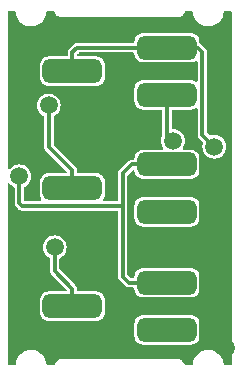
<source format=gbr>
%TF.GenerationSoftware,KiCad,Pcbnew,8.0.0*%
%TF.CreationDate,2024-05-26T00:16:25+03:00*%
%TF.ProjectId,pulsejen,70756c73-656a-4656-9e2e-6b696361645f,rev?*%
%TF.SameCoordinates,Original*%
%TF.FileFunction,Copper,L2,Bot*%
%TF.FilePolarity,Positive*%
%FSLAX46Y46*%
G04 Gerber Fmt 4.6, Leading zero omitted, Abs format (unit mm)*
G04 Created by KiCad (PCBNEW 8.0.0) date 2024-05-26 00:16:25*
%MOMM*%
%LPD*%
G01*
G04 APERTURE LIST*
G04 Aperture macros list*
%AMRoundRect*
0 Rectangle with rounded corners*
0 $1 Rounding radius*
0 $2 $3 $4 $5 $6 $7 $8 $9 X,Y pos of 4 corners*
0 Add a 4 corners polygon primitive as box body*
4,1,4,$2,$3,$4,$5,$6,$7,$8,$9,$2,$3,0*
0 Add four circle primitives for the rounded corners*
1,1,$1+$1,$2,$3*
1,1,$1+$1,$4,$5*
1,1,$1+$1,$6,$7*
1,1,$1+$1,$8,$9*
0 Add four rect primitives between the rounded corners*
20,1,$1+$1,$2,$3,$4,$5,0*
20,1,$1+$1,$4,$5,$6,$7,0*
20,1,$1+$1,$6,$7,$8,$9,0*
20,1,$1+$1,$8,$9,$2,$3,0*%
G04 Aperture macros list end*
%TA.AperFunction,SMDPad,CuDef*%
%ADD10RoundRect,0.500000X-2.000000X-0.500000X2.000000X-0.500000X2.000000X0.500000X-2.000000X0.500000X0*%
%TD*%
%TA.AperFunction,ViaPad*%
%ADD11C,1.500000*%
%TD*%
%TA.AperFunction,Conductor*%
%ADD12C,0.300000*%
%TD*%
G04 APERTURE END LIST*
D10*
%TO.P,RV1,3,3*%
%TO.N,Net-(C1-Pad2)*%
X144000000Y-103000000D03*
%TO.P,RV1,2,2*%
%TO.N,Net-(D1-A)*%
X136000000Y-105000000D03*
%TO.P,RV1,1,1*%
X144000000Y-107000000D03*
%TD*%
%TO.P,RV2,3,3*%
%TO.N,Net-(C1-Pad2)*%
X144000000Y-93000000D03*
%TO.P,RV2,2,2*%
%TO.N,Net-(D2-K)*%
X136000000Y-95000000D03*
%TO.P,RV2,1,1*%
X144000000Y-97000000D03*
%TD*%
%TO.P,RV3,1,1*%
%TO.N,/in4*%
X144000000Y-87100000D03*
%TO.P,RV3,2,2*%
%TO.N,Net-(C2-Pad2)*%
X136000000Y-85100000D03*
%TO.P,RV3,3,3*%
X144000000Y-83100000D03*
%TD*%
D11*
%TO.N,GND*%
X132000000Y-103000000D03*
X149000000Y-108500000D03*
X131500000Y-86500000D03*
X148500000Y-83500000D03*
%TO.N,Net-(C2-Pad2)*%
X148000000Y-91500000D03*
%TO.N,Net-(C1-Pad2)*%
X131500000Y-94000000D03*
%TO.N,/in4*%
X144500000Y-91000000D03*
%TO.N,Net-(D1-A)*%
X134500000Y-100000000D03*
%TO.N,Net-(D2-K)*%
X134000000Y-88000000D03*
%TD*%
D12*
%TO.N,Net-(C2-Pad2)*%
X146600000Y-83100000D02*
X144000000Y-83100000D01*
X147000000Y-83500000D02*
X146600000Y-83100000D01*
X147000000Y-90500000D02*
X147000000Y-83500000D01*
X148000000Y-91500000D02*
X147000000Y-90500000D01*
%TO.N,Net-(D1-A)*%
X136000000Y-103500000D02*
X136000000Y-105000000D01*
X134500000Y-100000000D02*
X134500000Y-102000000D01*
X134500000Y-102000000D02*
X136000000Y-103500000D01*
%TO.N,/in4*%
X144000000Y-90500000D02*
X144000000Y-87100000D01*
X144500000Y-91000000D02*
X144000000Y-90500000D01*
%TO.N,Net-(C2-Pad2)*%
X136400000Y-83100000D02*
X144000000Y-83100000D01*
X136000000Y-83500000D02*
X136400000Y-83100000D01*
X136000000Y-85100000D02*
X136000000Y-83500000D01*
%TO.N,Net-(C1-Pad2)*%
X131750000Y-96500000D02*
X140250000Y-96500000D01*
X131500000Y-96250000D02*
X131750000Y-96500000D01*
X131500000Y-94000000D02*
X131500000Y-96250000D01*
X141000000Y-93000000D02*
X144000000Y-93000000D01*
X140250000Y-102500000D02*
X140250000Y-93750000D01*
X140750000Y-103000000D02*
X140250000Y-102500000D01*
X144000000Y-103000000D02*
X140750000Y-103000000D01*
X140250000Y-93750000D02*
X141000000Y-93000000D01*
%TO.N,Net-(D2-K)*%
X136000000Y-93500000D02*
X136000000Y-95000000D01*
X134000000Y-91500000D02*
X136000000Y-93500000D01*
X134000000Y-88000000D02*
X134000000Y-91500000D01*
%TD*%
%TA.AperFunction,Conductor*%
%TO.N,GND*%
G36*
X131144423Y-80019685D02*
G01*
X131190178Y-80072489D01*
X131199855Y-80104597D01*
X131202929Y-80124000D01*
X131231523Y-80304534D01*
X131294781Y-80499223D01*
X131387715Y-80681613D01*
X131508028Y-80847213D01*
X131652786Y-80991971D01*
X131807749Y-81104556D01*
X131818390Y-81112287D01*
X131934607Y-81171503D01*
X132000776Y-81205218D01*
X132000778Y-81205218D01*
X132000781Y-81205220D01*
X132105137Y-81239127D01*
X132195465Y-81268477D01*
X132296557Y-81284488D01*
X132397648Y-81300500D01*
X132397649Y-81300500D01*
X132602351Y-81300500D01*
X132602352Y-81300500D01*
X132804534Y-81268477D01*
X132999219Y-81205220D01*
X133181610Y-81112287D01*
X133274590Y-81044732D01*
X133347213Y-80991971D01*
X133347215Y-80991968D01*
X133347219Y-80991966D01*
X133491966Y-80847219D01*
X133491968Y-80847215D01*
X133491971Y-80847213D01*
X133544732Y-80774590D01*
X133612287Y-80681610D01*
X133705220Y-80499219D01*
X133768477Y-80304534D01*
X133800143Y-80104600D01*
X133830072Y-80041467D01*
X133889384Y-80004536D01*
X133922616Y-80000000D01*
X134386696Y-80000000D01*
X134453735Y-80019685D01*
X134499490Y-80072489D01*
X134506469Y-80091902D01*
X134515070Y-80124000D01*
X134533608Y-80193187D01*
X134566554Y-80250250D01*
X134599500Y-80307314D01*
X134692686Y-80400500D01*
X134806814Y-80466392D01*
X134934108Y-80500500D01*
X134934110Y-80500500D01*
X145065890Y-80500500D01*
X145065892Y-80500500D01*
X145193186Y-80466392D01*
X145307314Y-80400500D01*
X145400500Y-80307314D01*
X145466392Y-80193186D01*
X145493529Y-80091905D01*
X145529894Y-80032246D01*
X145592741Y-80001717D01*
X145613304Y-80000000D01*
X146077384Y-80000000D01*
X146144423Y-80019685D01*
X146190178Y-80072489D01*
X146199855Y-80104597D01*
X146202929Y-80124000D01*
X146231523Y-80304534D01*
X146294781Y-80499223D01*
X146387715Y-80681613D01*
X146508028Y-80847213D01*
X146652786Y-80991971D01*
X146807749Y-81104556D01*
X146818390Y-81112287D01*
X146934607Y-81171503D01*
X147000776Y-81205218D01*
X147000778Y-81205218D01*
X147000781Y-81205220D01*
X147105137Y-81239127D01*
X147195465Y-81268477D01*
X147296557Y-81284488D01*
X147397648Y-81300500D01*
X147397649Y-81300500D01*
X147602351Y-81300500D01*
X147602352Y-81300500D01*
X147804534Y-81268477D01*
X147999219Y-81205220D01*
X148181610Y-81112287D01*
X148274590Y-81044732D01*
X148347213Y-80991971D01*
X148347215Y-80991968D01*
X148347219Y-80991966D01*
X148491966Y-80847219D01*
X148491968Y-80847215D01*
X148491971Y-80847213D01*
X148544732Y-80774590D01*
X148612287Y-80681610D01*
X148705220Y-80499219D01*
X148768477Y-80304534D01*
X148800143Y-80104600D01*
X148830072Y-80041467D01*
X148889384Y-80004536D01*
X148922616Y-80000000D01*
X149375500Y-80000000D01*
X149442539Y-80019685D01*
X149488294Y-80072489D01*
X149499500Y-80124000D01*
X149499500Y-109876000D01*
X149479815Y-109943039D01*
X149427011Y-109988794D01*
X149375500Y-110000000D01*
X148922616Y-110000000D01*
X148855577Y-109980315D01*
X148809822Y-109927511D01*
X148800144Y-109895402D01*
X148768477Y-109695466D01*
X148705220Y-109500781D01*
X148705218Y-109500778D01*
X148705218Y-109500776D01*
X148671503Y-109434607D01*
X148612287Y-109318390D01*
X148604556Y-109307749D01*
X148491971Y-109152786D01*
X148347213Y-109008028D01*
X148181613Y-108887715D01*
X148181612Y-108887714D01*
X148181610Y-108887713D01*
X148124653Y-108858691D01*
X147999223Y-108794781D01*
X147804534Y-108731522D01*
X147629995Y-108703878D01*
X147602352Y-108699500D01*
X147397648Y-108699500D01*
X147373329Y-108703351D01*
X147195465Y-108731522D01*
X147000776Y-108794781D01*
X146818386Y-108887715D01*
X146652786Y-109008028D01*
X146508028Y-109152786D01*
X146387715Y-109318386D01*
X146294781Y-109500776D01*
X146232427Y-109692683D01*
X146231523Y-109695466D01*
X146199856Y-109895399D01*
X146169928Y-109958533D01*
X146110616Y-109995464D01*
X146077384Y-110000000D01*
X145613304Y-110000000D01*
X145546265Y-109980315D01*
X145500510Y-109927511D01*
X145493529Y-109908093D01*
X145466392Y-109806814D01*
X145400500Y-109692686D01*
X145307314Y-109599500D01*
X145250250Y-109566554D01*
X145193187Y-109533608D01*
X145129539Y-109516554D01*
X145065892Y-109499500D01*
X135065892Y-109499500D01*
X134934108Y-109499500D01*
X134806812Y-109533608D01*
X134692686Y-109599500D01*
X134692683Y-109599502D01*
X134599502Y-109692683D01*
X134599500Y-109692686D01*
X134533608Y-109806812D01*
X134517520Y-109866853D01*
X134509270Y-109897648D01*
X134506471Y-109908093D01*
X134470106Y-109967754D01*
X134407259Y-109998283D01*
X134386696Y-110000000D01*
X133922616Y-110000000D01*
X133855577Y-109980315D01*
X133809822Y-109927511D01*
X133800144Y-109895402D01*
X133768477Y-109695466D01*
X133705220Y-109500781D01*
X133705218Y-109500778D01*
X133705218Y-109500776D01*
X133671503Y-109434607D01*
X133612287Y-109318390D01*
X133604556Y-109307749D01*
X133491971Y-109152786D01*
X133347213Y-109008028D01*
X133181613Y-108887715D01*
X133181612Y-108887714D01*
X133181610Y-108887713D01*
X133124653Y-108858691D01*
X132999223Y-108794781D01*
X132804534Y-108731522D01*
X132629995Y-108703878D01*
X132602352Y-108699500D01*
X132397648Y-108699500D01*
X132373329Y-108703351D01*
X132195465Y-108731522D01*
X132000776Y-108794781D01*
X131818386Y-108887715D01*
X131652786Y-109008028D01*
X131508028Y-109152786D01*
X131387715Y-109318386D01*
X131294781Y-109500776D01*
X131232427Y-109692683D01*
X131231523Y-109695466D01*
X131199856Y-109895399D01*
X131169928Y-109958533D01*
X131110616Y-109995464D01*
X131077384Y-110000000D01*
X130624500Y-110000000D01*
X130557461Y-109980315D01*
X130511706Y-109927511D01*
X130500500Y-109876000D01*
X130500500Y-107550001D01*
X141249500Y-107550001D01*
X141249501Y-107550019D01*
X141260000Y-107652796D01*
X141260001Y-107652799D01*
X141315185Y-107819331D01*
X141315186Y-107819334D01*
X141407288Y-107968656D01*
X141531344Y-108092712D01*
X141680666Y-108184814D01*
X141847203Y-108239999D01*
X141949991Y-108250500D01*
X146050008Y-108250499D01*
X146152797Y-108239999D01*
X146319334Y-108184814D01*
X146468656Y-108092712D01*
X146592712Y-107968656D01*
X146684814Y-107819334D01*
X146739999Y-107652797D01*
X146750500Y-107550009D01*
X146750499Y-106449992D01*
X146739999Y-106347203D01*
X146684814Y-106180666D01*
X146592712Y-106031344D01*
X146468656Y-105907288D01*
X146375888Y-105850069D01*
X146319336Y-105815187D01*
X146319331Y-105815185D01*
X146317862Y-105814698D01*
X146152797Y-105760001D01*
X146152795Y-105760000D01*
X146050010Y-105749500D01*
X141949998Y-105749500D01*
X141949981Y-105749501D01*
X141847203Y-105760000D01*
X141847200Y-105760001D01*
X141680668Y-105815185D01*
X141680663Y-105815187D01*
X141531342Y-105907289D01*
X141407289Y-106031342D01*
X141315187Y-106180663D01*
X141315186Y-106180666D01*
X141260001Y-106347203D01*
X141260001Y-106347204D01*
X141260000Y-106347204D01*
X141249500Y-106449983D01*
X141249500Y-107550001D01*
X130500500Y-107550001D01*
X130500500Y-105550001D01*
X133249500Y-105550001D01*
X133249501Y-105550019D01*
X133260000Y-105652796D01*
X133260001Y-105652799D01*
X133295525Y-105760001D01*
X133315186Y-105819334D01*
X133407288Y-105968656D01*
X133531344Y-106092712D01*
X133680666Y-106184814D01*
X133847203Y-106239999D01*
X133949991Y-106250500D01*
X138050008Y-106250499D01*
X138152797Y-106239999D01*
X138319334Y-106184814D01*
X138468656Y-106092712D01*
X138592712Y-105968656D01*
X138684814Y-105819334D01*
X138739999Y-105652797D01*
X138750500Y-105550009D01*
X138750499Y-104449992D01*
X138739999Y-104347203D01*
X138684814Y-104180666D01*
X138592712Y-104031344D01*
X138468656Y-103907288D01*
X138375888Y-103850069D01*
X138319336Y-103815187D01*
X138319331Y-103815185D01*
X138317862Y-103814698D01*
X138152797Y-103760001D01*
X138152795Y-103760000D01*
X138050016Y-103749500D01*
X138050009Y-103749500D01*
X136524500Y-103749500D01*
X136457461Y-103729815D01*
X136411706Y-103677011D01*
X136400500Y-103625500D01*
X136400500Y-103447275D01*
X136400500Y-103447273D01*
X136373207Y-103345413D01*
X136320480Y-103254087D01*
X136245913Y-103179520D01*
X134936819Y-101870426D01*
X134903334Y-101809103D01*
X134900500Y-101782745D01*
X134900500Y-100994705D01*
X134920185Y-100927666D01*
X134966045Y-100885348D01*
X135058538Y-100835910D01*
X135210883Y-100710883D01*
X135335910Y-100558538D01*
X135428814Y-100384727D01*
X135486024Y-100196132D01*
X135505341Y-100000000D01*
X135486024Y-99803868D01*
X135428814Y-99615273D01*
X135428811Y-99615269D01*
X135428811Y-99615266D01*
X135335913Y-99441467D01*
X135335909Y-99441460D01*
X135210883Y-99289116D01*
X135058539Y-99164090D01*
X135058532Y-99164086D01*
X134884733Y-99071188D01*
X134884727Y-99071186D01*
X134696132Y-99013976D01*
X134696129Y-99013975D01*
X134500000Y-98994659D01*
X134303870Y-99013975D01*
X134115266Y-99071188D01*
X133941467Y-99164086D01*
X133941460Y-99164090D01*
X133789116Y-99289116D01*
X133664090Y-99441460D01*
X133664086Y-99441467D01*
X133571188Y-99615266D01*
X133513975Y-99803870D01*
X133494659Y-100000000D01*
X133513975Y-100196129D01*
X133571188Y-100384733D01*
X133664086Y-100558532D01*
X133664090Y-100558539D01*
X133789116Y-100710883D01*
X133941460Y-100835909D01*
X133941463Y-100835911D01*
X133973143Y-100852844D01*
X134033953Y-100885347D01*
X134083797Y-100934308D01*
X134099500Y-100994705D01*
X134099500Y-102052726D01*
X134126793Y-102154589D01*
X134141849Y-102180666D01*
X134179520Y-102245913D01*
X134179522Y-102245915D01*
X135471426Y-103537819D01*
X135504911Y-103599142D01*
X135499927Y-103668834D01*
X135458055Y-103724767D01*
X135392591Y-103749184D01*
X135383745Y-103749500D01*
X133949998Y-103749500D01*
X133949981Y-103749501D01*
X133847203Y-103760000D01*
X133847200Y-103760001D01*
X133680668Y-103815185D01*
X133680663Y-103815187D01*
X133531342Y-103907289D01*
X133407289Y-104031342D01*
X133315187Y-104180663D01*
X133315186Y-104180666D01*
X133260001Y-104347203D01*
X133260001Y-104347204D01*
X133260000Y-104347204D01*
X133249500Y-104449983D01*
X133249500Y-105550001D01*
X130500500Y-105550001D01*
X130500500Y-94705759D01*
X130520185Y-94638720D01*
X130572989Y-94592965D01*
X130642147Y-94583021D01*
X130705703Y-94612046D01*
X130720354Y-94627095D01*
X130789117Y-94710883D01*
X130941460Y-94835909D01*
X130941463Y-94835911D01*
X130973143Y-94852844D01*
X131033953Y-94885347D01*
X131083797Y-94934308D01*
X131099500Y-94994705D01*
X131099500Y-96302726D01*
X131126793Y-96404589D01*
X131153000Y-96449980D01*
X131179520Y-96495913D01*
X131429519Y-96745912D01*
X131429520Y-96745913D01*
X131504087Y-96820480D01*
X131595413Y-96873207D01*
X131697273Y-96900500D01*
X131802727Y-96900500D01*
X139725500Y-96900500D01*
X139792539Y-96920185D01*
X139838294Y-96972989D01*
X139849500Y-97024500D01*
X139849500Y-102552726D01*
X139876793Y-102654589D01*
X139903156Y-102700250D01*
X139929520Y-102745913D01*
X139929521Y-102745914D01*
X139929522Y-102745915D01*
X140425179Y-103241571D01*
X140425189Y-103241582D01*
X140429519Y-103245912D01*
X140429520Y-103245913D01*
X140504087Y-103320480D01*
X140547271Y-103345412D01*
X140595412Y-103373207D01*
X140697273Y-103400500D01*
X141125501Y-103400500D01*
X141192540Y-103420185D01*
X141238295Y-103472989D01*
X141249501Y-103524500D01*
X141249501Y-103550018D01*
X141260000Y-103652796D01*
X141260001Y-103652799D01*
X141295525Y-103760001D01*
X141315186Y-103819334D01*
X141407288Y-103968656D01*
X141531344Y-104092712D01*
X141680666Y-104184814D01*
X141847203Y-104239999D01*
X141949991Y-104250500D01*
X146050008Y-104250499D01*
X146152797Y-104239999D01*
X146319334Y-104184814D01*
X146468656Y-104092712D01*
X146592712Y-103968656D01*
X146684814Y-103819334D01*
X146739999Y-103652797D01*
X146750500Y-103550009D01*
X146750499Y-102449992D01*
X146739999Y-102347203D01*
X146684814Y-102180666D01*
X146592712Y-102031344D01*
X146468656Y-101907288D01*
X146319334Y-101815186D01*
X146152797Y-101760001D01*
X146152795Y-101760000D01*
X146050010Y-101749500D01*
X141949998Y-101749500D01*
X141949981Y-101749501D01*
X141847203Y-101760000D01*
X141847200Y-101760001D01*
X141680668Y-101815185D01*
X141680663Y-101815187D01*
X141531342Y-101907289D01*
X141407289Y-102031342D01*
X141315187Y-102180663D01*
X141315186Y-102180666D01*
X141260001Y-102347203D01*
X141260001Y-102347204D01*
X141260000Y-102347204D01*
X141249500Y-102449983D01*
X141249500Y-102475500D01*
X141229815Y-102542539D01*
X141177011Y-102588294D01*
X141125500Y-102599500D01*
X140967254Y-102599500D01*
X140900215Y-102579815D01*
X140879573Y-102563181D01*
X140686819Y-102370426D01*
X140653334Y-102309103D01*
X140650500Y-102282745D01*
X140650500Y-97550001D01*
X141249500Y-97550001D01*
X141249501Y-97550019D01*
X141260000Y-97652796D01*
X141260001Y-97652799D01*
X141315185Y-97819331D01*
X141315186Y-97819334D01*
X141407288Y-97968656D01*
X141531344Y-98092712D01*
X141680666Y-98184814D01*
X141847203Y-98239999D01*
X141949991Y-98250500D01*
X146050008Y-98250499D01*
X146152797Y-98239999D01*
X146319334Y-98184814D01*
X146468656Y-98092712D01*
X146592712Y-97968656D01*
X146684814Y-97819334D01*
X146739999Y-97652797D01*
X146750500Y-97550009D01*
X146750499Y-96449992D01*
X146739999Y-96347203D01*
X146684814Y-96180666D01*
X146592712Y-96031344D01*
X146468656Y-95907288D01*
X146375888Y-95850069D01*
X146319336Y-95815187D01*
X146319331Y-95815185D01*
X146317862Y-95814698D01*
X146152797Y-95760001D01*
X146152795Y-95760000D01*
X146050010Y-95749500D01*
X141949998Y-95749500D01*
X141949981Y-95749501D01*
X141847203Y-95760000D01*
X141847200Y-95760001D01*
X141680668Y-95815185D01*
X141680663Y-95815187D01*
X141531342Y-95907289D01*
X141407289Y-96031342D01*
X141315187Y-96180663D01*
X141315186Y-96180666D01*
X141260001Y-96347203D01*
X141260001Y-96347204D01*
X141260000Y-96347204D01*
X141249500Y-96449983D01*
X141249500Y-97550001D01*
X140650500Y-97550001D01*
X140650500Y-93967255D01*
X140670185Y-93900216D01*
X140686819Y-93879574D01*
X140841626Y-93724767D01*
X141043376Y-93523016D01*
X141104697Y-93489533D01*
X141174388Y-93494517D01*
X141230322Y-93536388D01*
X141254413Y-93598097D01*
X141260001Y-93652797D01*
X141260001Y-93652799D01*
X141295525Y-93760001D01*
X141315186Y-93819334D01*
X141407288Y-93968656D01*
X141531344Y-94092712D01*
X141680666Y-94184814D01*
X141847203Y-94239999D01*
X141949991Y-94250500D01*
X146050008Y-94250499D01*
X146152797Y-94239999D01*
X146319334Y-94184814D01*
X146468656Y-94092712D01*
X146592712Y-93968656D01*
X146684814Y-93819334D01*
X146739999Y-93652797D01*
X146750500Y-93550009D01*
X146750499Y-92449992D01*
X146748335Y-92428811D01*
X146739999Y-92347203D01*
X146739998Y-92347200D01*
X146736257Y-92335910D01*
X146684814Y-92180666D01*
X146592712Y-92031344D01*
X146468656Y-91907288D01*
X146319334Y-91815186D01*
X146152797Y-91760001D01*
X146152795Y-91760000D01*
X146050016Y-91749500D01*
X146050009Y-91749500D01*
X145440301Y-91749500D01*
X145373262Y-91729815D01*
X145327507Y-91677011D01*
X145317563Y-91607853D01*
X145334172Y-91564516D01*
X145333039Y-91563911D01*
X145428811Y-91384733D01*
X145428811Y-91384732D01*
X145428814Y-91384727D01*
X145486024Y-91196132D01*
X145505341Y-91000000D01*
X145486024Y-90803868D01*
X145428814Y-90615273D01*
X145428811Y-90615269D01*
X145428811Y-90615266D01*
X145335913Y-90441467D01*
X145335909Y-90441460D01*
X145210883Y-90289116D01*
X145058539Y-90164090D01*
X145058532Y-90164086D01*
X144884733Y-90071188D01*
X144884727Y-90071186D01*
X144696132Y-90013976D01*
X144696129Y-90013975D01*
X144512345Y-89995874D01*
X144447558Y-89969713D01*
X144407200Y-89912678D01*
X144400500Y-89872471D01*
X144400500Y-88474499D01*
X144420185Y-88407460D01*
X144472989Y-88361705D01*
X144524500Y-88350499D01*
X146050002Y-88350499D01*
X146050008Y-88350499D01*
X146152797Y-88339999D01*
X146319334Y-88284814D01*
X146410404Y-88228641D01*
X146477796Y-88210202D01*
X146544459Y-88231125D01*
X146589229Y-88284767D01*
X146599500Y-88334181D01*
X146599500Y-90552726D01*
X146626793Y-90654589D01*
X146632279Y-90664090D01*
X146679520Y-90745913D01*
X146679522Y-90745915D01*
X147013439Y-91079832D01*
X147046924Y-91141155D01*
X147044419Y-91203507D01*
X147013976Y-91303867D01*
X146994659Y-91500000D01*
X147013975Y-91696129D01*
X147071188Y-91884733D01*
X147164086Y-92058532D01*
X147164090Y-92058539D01*
X147289116Y-92210883D01*
X147441460Y-92335909D01*
X147441467Y-92335913D01*
X147615266Y-92428811D01*
X147615269Y-92428811D01*
X147615273Y-92428814D01*
X147803868Y-92486024D01*
X148000000Y-92505341D01*
X148196132Y-92486024D01*
X148384727Y-92428814D01*
X148558538Y-92335910D01*
X148710883Y-92210883D01*
X148835910Y-92058538D01*
X148882362Y-91971632D01*
X148928811Y-91884733D01*
X148928811Y-91884732D01*
X148928814Y-91884727D01*
X148986024Y-91696132D01*
X149005341Y-91500000D01*
X148986024Y-91303868D01*
X148928814Y-91115273D01*
X148928811Y-91115269D01*
X148928811Y-91115266D01*
X148835913Y-90941467D01*
X148835909Y-90941460D01*
X148710883Y-90789116D01*
X148558539Y-90664090D01*
X148558532Y-90664086D01*
X148384733Y-90571188D01*
X148384727Y-90571186D01*
X148196132Y-90513976D01*
X148196129Y-90513975D01*
X148000000Y-90494659D01*
X147803867Y-90513976D01*
X147703507Y-90544419D01*
X147633640Y-90545042D01*
X147579832Y-90513439D01*
X147436819Y-90370426D01*
X147403334Y-90309103D01*
X147400500Y-90282745D01*
X147400500Y-83447275D01*
X147400500Y-83447273D01*
X147373207Y-83345413D01*
X147320480Y-83254087D01*
X147245913Y-83179520D01*
X146845913Y-82779520D01*
X146812497Y-82760227D01*
X146764283Y-82709660D01*
X146750499Y-82652841D01*
X146750499Y-82549998D01*
X146750498Y-82549981D01*
X146739999Y-82447203D01*
X146739998Y-82447200D01*
X146684814Y-82280666D01*
X146592712Y-82131344D01*
X146468656Y-82007288D01*
X146319334Y-81915186D01*
X146152797Y-81860001D01*
X146152795Y-81860000D01*
X146050010Y-81849500D01*
X141949998Y-81849500D01*
X141949981Y-81849501D01*
X141847203Y-81860000D01*
X141847200Y-81860001D01*
X141680668Y-81915185D01*
X141680663Y-81915187D01*
X141531342Y-82007289D01*
X141407289Y-82131342D01*
X141315187Y-82280663D01*
X141315186Y-82280666D01*
X141260001Y-82447203D01*
X141260001Y-82447204D01*
X141260000Y-82447204D01*
X141249500Y-82549983D01*
X141249500Y-82575500D01*
X141229815Y-82642539D01*
X141177011Y-82688294D01*
X141125500Y-82699500D01*
X136347273Y-82699500D01*
X136245413Y-82726793D01*
X136245410Y-82726794D01*
X136154085Y-82779521D01*
X135679522Y-83254084D01*
X135679518Y-83254090D01*
X135626792Y-83345412D01*
X135626793Y-83345413D01*
X135599500Y-83447273D01*
X135599500Y-83725500D01*
X135579815Y-83792539D01*
X135527011Y-83838294D01*
X135475500Y-83849500D01*
X133949998Y-83849500D01*
X133949981Y-83849501D01*
X133847203Y-83860000D01*
X133847200Y-83860001D01*
X133680668Y-83915185D01*
X133680663Y-83915187D01*
X133531342Y-84007289D01*
X133407289Y-84131342D01*
X133315187Y-84280663D01*
X133315186Y-84280666D01*
X133260001Y-84447203D01*
X133260001Y-84447204D01*
X133260000Y-84447204D01*
X133249500Y-84549983D01*
X133249500Y-85650001D01*
X133249501Y-85650019D01*
X133260000Y-85752796D01*
X133260001Y-85752799D01*
X133313811Y-85915185D01*
X133315186Y-85919334D01*
X133407288Y-86068656D01*
X133531344Y-86192712D01*
X133680666Y-86284814D01*
X133847203Y-86339999D01*
X133949991Y-86350500D01*
X138050008Y-86350499D01*
X138152797Y-86339999D01*
X138319334Y-86284814D01*
X138468656Y-86192712D01*
X138592712Y-86068656D01*
X138684814Y-85919334D01*
X138739999Y-85752797D01*
X138750500Y-85650009D01*
X138750499Y-84549992D01*
X138739999Y-84447203D01*
X138684814Y-84280666D01*
X138592712Y-84131344D01*
X138468656Y-84007288D01*
X138375888Y-83950069D01*
X138319336Y-83915187D01*
X138319331Y-83915185D01*
X138317862Y-83914698D01*
X138152797Y-83860001D01*
X138152795Y-83860000D01*
X138050016Y-83849500D01*
X138050009Y-83849500D01*
X136524500Y-83849500D01*
X136457461Y-83829815D01*
X136411706Y-83777011D01*
X136400500Y-83725500D01*
X136400500Y-83717255D01*
X136420185Y-83650216D01*
X136436819Y-83629574D01*
X136529574Y-83536819D01*
X136590897Y-83503334D01*
X136617255Y-83500500D01*
X141125501Y-83500500D01*
X141192540Y-83520185D01*
X141238295Y-83572989D01*
X141249501Y-83624500D01*
X141249501Y-83650018D01*
X141260000Y-83752796D01*
X141260001Y-83752799D01*
X141295525Y-83860001D01*
X141315186Y-83919334D01*
X141407288Y-84068656D01*
X141531344Y-84192712D01*
X141680666Y-84284814D01*
X141847203Y-84339999D01*
X141949991Y-84350500D01*
X146050008Y-84350499D01*
X146152797Y-84339999D01*
X146319334Y-84284814D01*
X146410404Y-84228641D01*
X146477796Y-84210202D01*
X146544459Y-84231125D01*
X146589229Y-84284767D01*
X146599500Y-84334181D01*
X146599500Y-85865818D01*
X146579815Y-85932857D01*
X146527011Y-85978612D01*
X146457853Y-85988556D01*
X146410404Y-85971357D01*
X146319340Y-85915190D01*
X146319334Y-85915186D01*
X146152797Y-85860001D01*
X146152795Y-85860000D01*
X146050010Y-85849500D01*
X141949998Y-85849500D01*
X141949981Y-85849501D01*
X141847203Y-85860000D01*
X141847200Y-85860001D01*
X141680668Y-85915185D01*
X141680663Y-85915187D01*
X141531342Y-86007289D01*
X141407289Y-86131342D01*
X141315187Y-86280663D01*
X141315186Y-86280666D01*
X141260001Y-86447203D01*
X141260001Y-86447204D01*
X141260000Y-86447204D01*
X141249500Y-86549983D01*
X141249500Y-87650001D01*
X141249501Y-87650019D01*
X141260000Y-87752796D01*
X141260001Y-87752799D01*
X141315185Y-87919331D01*
X141315186Y-87919334D01*
X141407288Y-88068656D01*
X141531344Y-88192712D01*
X141680666Y-88284814D01*
X141847203Y-88339999D01*
X141949991Y-88350500D01*
X143475500Y-88350499D01*
X143542539Y-88370184D01*
X143588294Y-88422987D01*
X143599500Y-88474499D01*
X143599500Y-90531240D01*
X143584859Y-90589691D01*
X143571186Y-90615271D01*
X143513976Y-90803865D01*
X143494659Y-91000000D01*
X143513975Y-91196129D01*
X143571188Y-91384733D01*
X143666961Y-91563911D01*
X143665356Y-91564768D01*
X143683678Y-91623298D01*
X143665188Y-91690676D01*
X143613204Y-91737362D01*
X143559698Y-91749500D01*
X141949998Y-91749500D01*
X141949981Y-91749501D01*
X141847203Y-91760000D01*
X141847200Y-91760001D01*
X141680668Y-91815185D01*
X141680663Y-91815187D01*
X141531342Y-91907289D01*
X141407289Y-92031342D01*
X141315187Y-92180663D01*
X141315186Y-92180666D01*
X141260001Y-92347203D01*
X141260001Y-92347204D01*
X141260000Y-92347204D01*
X141249500Y-92449983D01*
X141249500Y-92475500D01*
X141229815Y-92542539D01*
X141177011Y-92588294D01*
X141125500Y-92599500D01*
X140947273Y-92599500D01*
X140845410Y-92626793D01*
X140754087Y-92679520D01*
X140754084Y-92679522D01*
X139929522Y-93504084D01*
X139929520Y-93504087D01*
X139876793Y-93595410D01*
X139872783Y-93610375D01*
X139870779Y-93617857D01*
X139870779Y-93617858D01*
X139870778Y-93617857D01*
X139849500Y-93697271D01*
X139849500Y-95975500D01*
X139829815Y-96042539D01*
X139777011Y-96088294D01*
X139725500Y-96099500D01*
X138734181Y-96099500D01*
X138667142Y-96079815D01*
X138621387Y-96027011D01*
X138611443Y-95957853D01*
X138628641Y-95910405D01*
X138684814Y-95819334D01*
X138739999Y-95652797D01*
X138750500Y-95550009D01*
X138750499Y-94449992D01*
X138739999Y-94347203D01*
X138684814Y-94180666D01*
X138592712Y-94031344D01*
X138468656Y-93907288D01*
X138375888Y-93850069D01*
X138319336Y-93815187D01*
X138319331Y-93815185D01*
X138317862Y-93814698D01*
X138152797Y-93760001D01*
X138152795Y-93760000D01*
X138050016Y-93749500D01*
X138050009Y-93749500D01*
X136524500Y-93749500D01*
X136457461Y-93729815D01*
X136411706Y-93677011D01*
X136400500Y-93625500D01*
X136400500Y-93447275D01*
X136400500Y-93447273D01*
X136373207Y-93345413D01*
X136373207Y-93345412D01*
X136320480Y-93254087D01*
X134436819Y-91370426D01*
X134403334Y-91309103D01*
X134400500Y-91282745D01*
X134400500Y-88994705D01*
X134420185Y-88927666D01*
X134466045Y-88885348D01*
X134558538Y-88835910D01*
X134710883Y-88710883D01*
X134835910Y-88558538D01*
X134928814Y-88384727D01*
X134986024Y-88196132D01*
X135005341Y-88000000D01*
X134986024Y-87803868D01*
X134928814Y-87615273D01*
X134928811Y-87615269D01*
X134928811Y-87615266D01*
X134835913Y-87441467D01*
X134835909Y-87441460D01*
X134710883Y-87289116D01*
X134558539Y-87164090D01*
X134558532Y-87164086D01*
X134384733Y-87071188D01*
X134384727Y-87071186D01*
X134196132Y-87013976D01*
X134196129Y-87013975D01*
X134000000Y-86994659D01*
X133803870Y-87013975D01*
X133615266Y-87071188D01*
X133441467Y-87164086D01*
X133441460Y-87164090D01*
X133289116Y-87289116D01*
X133164090Y-87441460D01*
X133164086Y-87441467D01*
X133071188Y-87615266D01*
X133013975Y-87803870D01*
X132994659Y-88000000D01*
X133013975Y-88196129D01*
X133013976Y-88196132D01*
X133066774Y-88370184D01*
X133071188Y-88384733D01*
X133164086Y-88558532D01*
X133164090Y-88558539D01*
X133289116Y-88710883D01*
X133441460Y-88835909D01*
X133441463Y-88835911D01*
X133473143Y-88852844D01*
X133533953Y-88885347D01*
X133583797Y-88934308D01*
X133599500Y-88994705D01*
X133599500Y-91447273D01*
X133599500Y-91552727D01*
X133613146Y-91603657D01*
X133626793Y-91654589D01*
X133650777Y-91696129D01*
X133679520Y-91745913D01*
X133679522Y-91745915D01*
X135471426Y-93537819D01*
X135504911Y-93599142D01*
X135499927Y-93668834D01*
X135458055Y-93724767D01*
X135392591Y-93749184D01*
X135383745Y-93749500D01*
X133949998Y-93749500D01*
X133949981Y-93749501D01*
X133847203Y-93760000D01*
X133847200Y-93760001D01*
X133680668Y-93815185D01*
X133680663Y-93815187D01*
X133531342Y-93907289D01*
X133407289Y-94031342D01*
X133315187Y-94180663D01*
X133315186Y-94180666D01*
X133260001Y-94347203D01*
X133260001Y-94347204D01*
X133260000Y-94347204D01*
X133249500Y-94449983D01*
X133249500Y-95550001D01*
X133249501Y-95550019D01*
X133260000Y-95652796D01*
X133260001Y-95652799D01*
X133295525Y-95760001D01*
X133315186Y-95819334D01*
X133371358Y-95910404D01*
X133389798Y-95977796D01*
X133368875Y-96044459D01*
X133315233Y-96089229D01*
X133265819Y-96099500D01*
X132024500Y-96099500D01*
X131957461Y-96079815D01*
X131911706Y-96027011D01*
X131900500Y-95975500D01*
X131900500Y-94994705D01*
X131920185Y-94927666D01*
X131966045Y-94885348D01*
X132058538Y-94835910D01*
X132210883Y-94710883D01*
X132335910Y-94558538D01*
X132428814Y-94384727D01*
X132486024Y-94196132D01*
X132505341Y-94000000D01*
X132486024Y-93803868D01*
X132428814Y-93615273D01*
X132428811Y-93615269D01*
X132428811Y-93615266D01*
X132335913Y-93441467D01*
X132335909Y-93441460D01*
X132210883Y-93289116D01*
X132058539Y-93164090D01*
X132058532Y-93164086D01*
X131884733Y-93071188D01*
X131884727Y-93071186D01*
X131696132Y-93013976D01*
X131696129Y-93013975D01*
X131500000Y-92994659D01*
X131303870Y-93013975D01*
X131115266Y-93071188D01*
X130941467Y-93164086D01*
X130941460Y-93164090D01*
X130789116Y-93289116D01*
X130720353Y-93372905D01*
X130662607Y-93412239D01*
X130592763Y-93414110D01*
X130532994Y-93377922D01*
X130502279Y-93315166D01*
X130500500Y-93294240D01*
X130500500Y-80124000D01*
X130520185Y-80056961D01*
X130572989Y-80011206D01*
X130624500Y-80000000D01*
X131077384Y-80000000D01*
X131144423Y-80019685D01*
G37*
%TD.AperFunction*%
%TD*%
M02*

</source>
